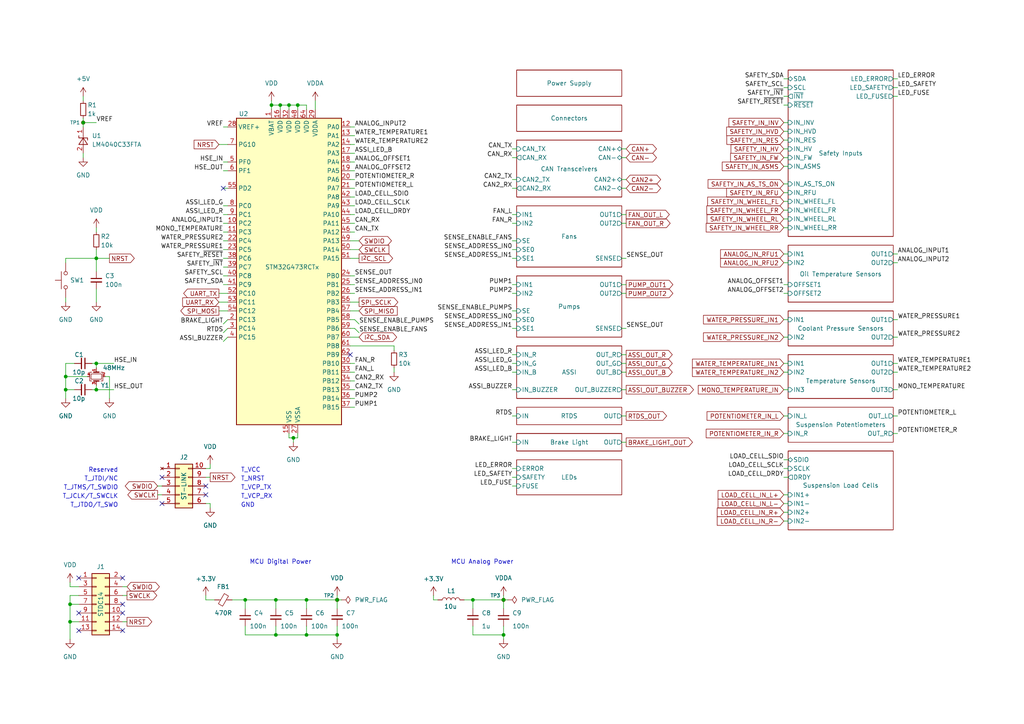
<source format=kicad_sch>
(kicad_sch (version 20231120) (generator "eeschema") (generator_version "8.0")
  (paper "A4")
  (title_block (title "Rearbox") (date "2024-04-28") (rev "${REVISION}") (company "Author: I. Kajdan") (comment 1 "Reviewer:"))
  (junction (at 88.9 173.99))
  (junction (at 19.05 109.22))
  (junction (at 146.05 173.99))
  (junction (at 80.01 173.99))
  (junction (at 20.32 175.26))
  (junction (at 24.13 35.56))
  (junction (at 71.12 173.99))
  (junction (at 20.32 180.34))
  (junction (at 83.82 30.48))
  (junction (at 27.94 105.41))
  (junction (at 27.94 74.93))
  (junction (at 97.79 184.15))
  (junction (at 81.28 30.48))
  (junction (at 97.79 173.99))
  (junction (at 137.16 173.99))
  (junction (at 86.36 30.48))
  (junction (at 85.09 127))
  (junction (at 27.94 113.03))
  (junction (at 80.01 184.15))
  (junction (at 88.9 184.15))
  (junction (at 146.05 184.15))
  (junction (at 78.74 30.48))
  (junction (at 19.05 113.03))
  (no_connect (at 35.56 167.64))
  (no_connect (at 35.56 175.26))
  (no_connect (at 64.77 54.61))
  (no_connect (at 46.99 138.43))
  (no_connect (at 59.69 143.51))
  (no_connect (at 35.56 177.8))
  (no_connect (at 46.99 146.05))
  (no_connect (at 35.56 182.88))
  (no_connect (at 22.86 177.8))
  (no_connect (at 22.86 167.64))
  (no_connect (at 59.69 140.97))
  (no_connect (at 101.6 102.87))
  (no_connect (at 22.86 182.88))
  (wire (pts (xy 227.33 40.64) (xy 228.6 40.64)))
  (wire (pts (xy 259.08 120.65) (xy 260.35 120.65)))
  (wire (pts (xy 148.59 72.39) (xy 149.86 72.39)))
  (wire (pts (xy 101.6 118.11) (xy 102.87 118.11)))
  (wire (pts (xy 19.05 109.22) (xy 19.05 113.03)))
  (wire (pts (xy 101.6 113.03) (xy 102.87 113.03)))
  (wire (pts (xy 101.6 54.61) (xy 102.87 54.61)))
  (wire (pts (xy 19.05 109.22) (xy 25.4 109.22)))
  (wire (pts (xy 59.69 138.43) (xy 60.96 138.43)))
  (wire (pts (xy 80.01 173.99) (xy 88.9 173.99)))
  (wire (pts (xy 71.12 181.61) (xy 71.12 184.15)))
  (wire (pts (xy 227.33 143.51) (xy 228.6 143.51)))
  (wire (pts (xy 64.77 62.23) (xy 66.04 62.23)))
  (wire (pts (xy 78.74 29.21) (xy 78.74 30.48)))
  (wire (pts (xy 60.96 135.89) (xy 60.96 134.62)))
  (wire (pts (xy 148.59 62.23) (xy 149.86 62.23)))
  (wire (pts (xy 227.33 92.71) (xy 228.6 92.71)))
  (wire (pts (xy 45.72 140.97) (xy 46.99 140.97)))
  (wire (pts (xy 97.79 172.72) (xy 97.79 173.99)))
  (wire (pts (xy 19.05 113.03) (xy 21.59 113.03)))
  (wire (pts (xy 91.44 29.21) (xy 91.44 31.75)))
  (wire (pts (xy 27.94 74.93) (xy 27.94 78.74)))
  (wire (pts (xy 59.69 172.72) (xy 59.69 173.99)))
  (wire (pts (xy 101.6 59.69) (xy 102.87 59.69)))
  (wire (pts (xy 83.82 30.48) (xy 86.36 30.48)))
  (wire (pts (xy 259.08 92.71) (xy 260.35 92.71)))
  (wire (pts (xy 102.87 64.77) (xy 101.6 64.77)))
  (wire (pts (xy 180.34 54.61) (xy 181.61 54.61)))
  (wire (pts (xy 227.33 60.96) (xy 228.6 60.96)))
  (wire (pts (xy 227.33 53.34) (xy 228.6 53.34)))
  (wire (pts (xy 102.87 41.91) (xy 101.6 41.91)))
  (wire (pts (xy 180.34 102.87) (xy 181.61 102.87)))
  (wire (pts (xy 20.32 170.18) (xy 22.86 170.18)))
  (wire (pts (xy 102.87 92.71) (xy 101.6 92.71)))
  (wire (pts (xy 64.77 74.93) (xy 66.04 74.93)))
  (wire (pts (xy 102.87 36.83) (xy 101.6 36.83)))
  (wire (pts (xy 259.08 73.66) (xy 260.35 73.66)))
  (wire (pts (xy 227.33 27.94) (xy 228.6 27.94)))
  (wire (pts (xy 64.77 69.85) (xy 66.04 69.85)))
  (wire (pts (xy 259.08 22.86) (xy 260.35 22.86)))
  (wire (pts (xy 60.96 146.05) (xy 59.69 146.05)))
  (wire (pts (xy 64.77 59.69) (xy 66.04 59.69)))
  (wire (pts (xy 101.6 49.53) (xy 102.87 49.53)))
  (wire (pts (xy 227.33 45.72) (xy 228.6 45.72)))
  (wire (pts (xy 148.59 52.07) (xy 149.86 52.07)))
  (wire (pts (xy 71.12 173.99) (xy 71.12 176.53)))
  (wire (pts (xy 180.34 105.41) (xy 181.61 105.41)))
  (wire (pts (xy 227.33 55.88) (xy 228.6 55.88)))
  (wire (pts (xy 148.59 140.97) (xy 149.86 140.97)))
  (wire (pts (xy 101.6 69.85) (xy 104.14 69.85)))
  (wire (pts (xy 227.33 148.59) (xy 228.6 148.59)))
  (wire (pts (xy 78.74 30.48) (xy 81.28 30.48)))
  (wire (pts (xy 259.08 25.4) (xy 260.35 25.4)))
  (wire (pts (xy 180.34 120.65) (xy 181.61 120.65)))
  (wire (pts (xy 80.01 173.99) (xy 80.01 176.53)))
  (wire (pts (xy 227.33 63.5) (xy 228.6 63.5)))
  (wire (pts (xy 259.08 125.73) (xy 260.35 125.73)))
  (wire (pts (xy 180.34 45.72) (xy 181.61 45.72)))
  (wire (pts (xy 62.23 173.99) (xy 59.69 173.99)))
  (wire (pts (xy 97.79 184.15) (xy 97.79 185.42)))
  (wire (pts (xy 63.5 87.63) (xy 66.04 87.63)))
  (wire (pts (xy 137.16 176.53) (xy 137.16 173.99)))
  (wire (pts (xy 27.94 111.76) (xy 27.94 113.03)))
  (wire (pts (xy 36.83 180.34) (xy 35.56 180.34)))
  (wire (pts (xy 27.94 74.93) (xy 19.05 74.93)))
  (wire (pts (xy 102.87 95.25) (xy 104.14 96.52)))
  (wire (pts (xy 64.77 36.83) (xy 66.04 36.83)))
  (wire (pts (xy 180.34 85.09) (xy 181.61 85.09)))
  (wire (pts (xy 20.32 172.72) (xy 20.32 175.26)))
  (wire (pts (xy 45.72 143.51) (xy 46.99 143.51)))
  (wire (pts (xy 227.33 82.55) (xy 228.6 82.55)))
  (wire (pts (xy 227.33 58.42) (xy 228.6 58.42)))
  (wire (pts (xy 20.32 180.34) (xy 20.32 185.42)))
  (wire (pts (xy 97.79 184.15) (xy 88.9 184.15)))
  (wire (pts (xy 64.77 54.61) (xy 66.04 54.61)))
  (wire (pts (xy 66.04 97.79) (xy 64.77 99.06)))
  (wire (pts (xy 146.05 184.15) (xy 146.05 185.42)))
  (wire (pts (xy 227.33 30.48) (xy 228.6 30.48)))
  (wire (pts (xy 148.59 45.72) (xy 149.86 45.72)))
  (wire (pts (xy 259.08 27.94) (xy 260.35 27.94)))
  (wire (pts (xy 102.87 85.09) (xy 101.6 85.09)))
  (wire (pts (xy 83.82 125.73) (xy 83.82 127)))
  (wire (pts (xy 63.5 85.09) (xy 66.04 85.09)))
  (wire (pts (xy 20.32 180.34) (xy 22.86 180.34)))
  (wire (pts (xy 148.59 43.18) (xy 149.86 43.18)))
  (wire (pts (xy 27.94 105.41) (xy 33.02 105.41)))
  (wire (pts (xy 227.33 113.03) (xy 228.6 113.03)))
  (wire (pts (xy 27.94 72.39) (xy 27.94 74.93)))
  (wire (pts (xy 148.59 107.95) (xy 149.86 107.95)))
  (wire (pts (xy 148.59 138.43) (xy 149.86 138.43)))
  (wire (pts (xy 148.59 105.41) (xy 149.86 105.41)))
  (wire (pts (xy 180.34 62.23) (xy 181.61 62.23)))
  (wire (pts (xy 227.33 107.95) (xy 228.6 107.95)))
  (wire (pts (xy 31.75 109.22) (xy 30.48 109.22)))
  (wire (pts (xy 67.31 173.99) (xy 71.12 173.99)))
  (wire (pts (xy 63.5 41.91) (xy 66.04 41.91)))
  (wire (pts (xy 27.94 66.04) (xy 27.94 67.31)))
  (wire (pts (xy 64.77 49.53) (xy 66.04 49.53)))
  (wire (pts (xy 102.87 95.25) (xy 101.6 95.25)))
  (wire (pts (xy 66.04 95.25) (xy 64.77 96.52)))
  (wire (pts (xy 26.67 105.41) (xy 27.94 105.41)))
  (wire (pts (xy 101.6 46.99) (xy 102.87 46.99)))
  (wire (pts (xy 227.33 22.86) (xy 228.6 22.86)))
  (wire (pts (xy 148.59 82.55) (xy 149.86 82.55)))
  (wire (pts (xy 227.33 138.43) (xy 228.6 138.43)))
  (wire (pts (xy 80.01 184.15) (xy 71.12 184.15)))
  (wire (pts (xy 22.86 172.72) (xy 20.32 172.72)))
  (wire (pts (xy 64.77 46.99) (xy 66.04 46.99)))
  (wire (pts (xy 64.77 82.55) (xy 66.04 82.55)))
  (wire (pts (xy 227.33 43.18) (xy 228.6 43.18)))
  (wire (pts (xy 148.59 113.03) (xy 149.86 113.03)))
  (wire (pts (xy 125.73 173.99) (xy 125.73 172.72)))
  (wire (pts (xy 24.13 44.45) (xy 24.13 45.72)))
  (wire (pts (xy 259.08 105.41) (xy 260.35 105.41)))
  (wire (pts (xy 148.59 69.85) (xy 149.86 69.85)))
  (wire (pts (xy 86.36 127) (xy 86.36 125.73)))
  (wire (pts (xy 102.87 80.01) (xy 101.6 80.01)))
  (wire (pts (xy 19.05 105.41) (xy 19.05 109.22)))
  (wire (pts (xy 20.32 168.91) (xy 20.32 170.18)))
  (wire (pts (xy 227.33 146.05) (xy 228.6 146.05)))
  (wire (pts (xy 36.83 172.72) (xy 35.56 172.72)))
  (wire (pts (xy 227.33 151.13) (xy 228.6 151.13)))
  (wire (pts (xy 148.59 74.93) (xy 149.86 74.93)))
  (wire (pts (xy 180.34 95.25) (xy 181.61 95.25)))
  (wire (pts (xy 114.3 106.68) (xy 114.3 107.95)))
  (wire (pts (xy 85.09 127) (xy 86.36 127)))
  (wire (pts (xy 227.33 76.2) (xy 228.6 76.2)))
  (wire (pts (xy 146.05 184.15) (xy 137.16 184.15)))
  (wire (pts (xy 71.12 173.99) (xy 80.01 173.99)))
  (wire (pts (xy 146.05 172.72) (xy 146.05 173.99)))
  (wire (pts (xy 97.79 173.99) (xy 97.79 176.53)))
  (wire (pts (xy 148.59 90.17) (xy 149.86 90.17)))
  (wire (pts (xy 19.05 74.93) (xy 19.05 76.2)))
  (wire (pts (xy 97.79 173.99) (xy 88.9 173.99)))
  (wire (pts (xy 78.74 31.75) (xy 78.74 30.48)))
  (wire (pts (xy 80.01 184.15) (xy 88.9 184.15)))
  (wire (pts (xy 97.79 181.61) (xy 97.79 184.15)))
  (wire (pts (xy 60.96 147.32) (xy 60.96 146.05)))
  (wire (pts (xy 88.9 181.61) (xy 88.9 184.15)))
  (wire (pts (xy 102.87 67.31) (xy 101.6 67.31)))
  (wire (pts (xy 137.16 173.99) (xy 146.05 173.99)))
  (wire (pts (xy 114.3 100.33) (xy 114.3 101.6)))
  (wire (pts (xy 227.33 133.35) (xy 228.6 133.35)))
  (wire (pts (xy 227.33 48.26) (xy 228.6 48.26)))
  (wire (pts (xy 59.69 135.89) (xy 60.96 135.89)))
  (wire (pts (xy 66.04 92.71) (xy 64.77 93.98)))
  (wire (pts (xy 227.33 35.56) (xy 228.6 35.56)))
  (wire (pts (xy 64.77 67.31) (xy 66.04 67.31)))
  (wire (pts (xy 101.6 97.79) (xy 104.14 97.79)))
  (wire (pts (xy 88.9 173.99) (xy 88.9 176.53)))
  (wire (pts (xy 81.28 30.48) (xy 83.82 30.48)))
  (wire (pts (xy 180.34 74.93) (xy 181.61 74.93)))
  (wire (pts (xy 180.34 43.18) (xy 181.61 43.18)))
  (wire (pts (xy 227.33 97.79) (xy 228.6 97.79)))
  (wire (pts (xy 101.6 74.93) (xy 104.14 74.93)))
  (wire (pts (xy 102.87 82.55) (xy 101.6 82.55)))
  (wire (pts (xy 63.5 90.17) (xy 66.04 90.17)))
  (wire (pts (xy 227.33 38.1) (xy 228.6 38.1)))
  (wire (pts (xy 148.59 92.71) (xy 149.86 92.71)))
  (wire (pts (xy 101.6 100.33) (xy 114.3 100.33)))
  (wire (pts (xy 64.77 80.01) (xy 66.04 80.01)))
  (wire (pts (xy 147.32 173.99) (xy 146.05 173.99)))
  (wire (pts (xy 227.33 25.4) (xy 228.6 25.4)))
  (wire (pts (xy 101.6 44.45) (xy 102.87 44.45)))
  (wire (pts (xy 101.6 39.37) (xy 102.87 39.37)))
  (wire (pts (xy 101.6 87.63) (xy 104.14 87.63)))
  (wire (pts (xy 83.82 127) (xy 85.09 127)))
  (wire (pts (xy 101.6 115.57) (xy 102.87 115.57)))
  (wire (pts (xy 259.08 97.79) (xy 260.35 97.79)))
  (wire (pts (xy 259.08 107.95) (xy 260.35 107.95)))
  (wire (pts (xy 27.94 113.03) (xy 33.02 113.03)))
  (wire (pts (xy 88.9 30.48) (xy 88.9 31.75)))
  (wire (pts (xy 148.59 85.09) (xy 149.86 85.09)))
  (wire (pts (xy 227.33 85.09) (xy 228.6 85.09)))
  (wire (pts (xy 64.77 64.77) (xy 66.04 64.77)))
  (wire (pts (xy 148.59 64.77) (xy 149.86 64.77)))
  (wire (pts (xy 259.08 113.03) (xy 260.35 113.03)))
  (wire (pts (xy 80.01 181.61) (xy 80.01 184.15)))
  (wire (pts (xy 148.59 95.25) (xy 149.86 95.25)))
  (wire (pts (xy 20.32 175.26) (xy 22.86 175.26)))
  (wire (pts (xy 101.6 57.15) (xy 102.87 57.15)))
  (wire (pts (xy 83.82 30.48) (xy 83.82 31.75)))
  (wire (pts (xy 27.94 105.41) (xy 27.94 106.68)))
  (wire (pts (xy 64.77 72.39) (xy 66.04 72.39)))
  (wire (pts (xy 148.59 128.27) (xy 149.86 128.27)))
  (wire (pts (xy 24.13 27.94) (xy 24.13 29.21)))
  (wire (pts (xy 101.6 110.49) (xy 102.87 110.49)))
  (wire (pts (xy 180.34 64.77) (xy 181.61 64.77)))
  (wire (pts (xy 31.75 109.22) (xy 31.75 115.57)))
  (wire (pts (xy 101.6 90.17) (xy 104.14 90.17)))
  (wire (pts (xy 227.33 66.04) (xy 228.6 66.04)))
  (wire (pts (xy 146.05 173.99) (xy 146.05 176.53)))
  (wire (pts (xy 24.13 34.29) (xy 24.13 35.56)))
  (wire (pts (xy 85.09 127) (xy 85.09 128.27)))
  (wire (pts (xy 19.05 113.03) (xy 19.05 115.57)))
  (wire (pts (xy 134.62 173.99) (xy 137.16 173.99)))
  (wire (pts (xy 19.05 86.36) (xy 19.05 87.63)))
  (wire (pts (xy 27.94 83.82) (xy 27.94 87.63)))
  (wire (pts (xy 97.79 173.99) (xy 99.06 173.99)))
  (wire (pts (xy 180.34 107.95) (xy 181.61 107.95)))
  (wire (pts (xy 148.59 102.87) (xy 149.86 102.87)))
  (wire (pts (xy 20.32 175.26) (xy 20.32 180.34)))
  (wire (pts (xy 26.67 113.03) (xy 27.94 113.03)))
  (wire (pts (xy 227.33 120.65) (xy 228.6 120.65)))
  (wire (pts (xy 27.94 74.93) (xy 31.75 74.93)))
  (wire (pts (xy 127 173.99) (xy 125.73 173.99)))
  (wire (pts (xy 24.13 35.56) (xy 27.94 35.56)))
  (wire (pts (xy 86.36 30.48) (xy 86.36 31.75)))
  (wire (pts (xy 148.59 135.89) (xy 149.86 135.89)))
  (wire (pts (xy 86.36 30.48) (xy 88.9 30.48)))
  (wire (pts (xy 81.28 30.48) (xy 81.28 31.75)))
  (wire (pts (xy 24.13 36.83) (xy 24.13 35.56)))
  (wire (pts (xy 227.33 125.73) (xy 228.6 125.73)))
  (wire (pts (xy 19.05 105.41) (xy 21.59 105.41)))
  (wire (pts (xy 146.05 181.61) (xy 146.05 184.15)))
  (wire (pts (xy 36.83 170.18) (xy 35.56 170.18)))
  (wire (pts (xy 180.34 52.07) (xy 181.61 52.07)))
  (wire (pts (xy 101.6 52.07) (xy 102.87 52.07)))
  (wire (pts (xy 64.77 77.47) (xy 66.04 77.47)))
  (wire (pts (xy 180.34 128.27) (xy 181.61 128.27)))
  (wire (pts (xy 227.33 105.41) (xy 228.6 105.41)))
  (wire (pts (xy 180.34 113.03) (xy 181.61 113.03)))
  (wire (pts (xy 227.33 73.66) (xy 228.6 73.66)))
  (wire (pts (xy 102.87 92.71) (xy 104.14 93.98)))
  (wire (pts (xy 148.59 54.61) (xy 149.86 54.61)))
  (wire (pts (xy 137.16 181.61) (xy 137.16 184.15)))
  (wire (pts (xy 259.08 76.2) (xy 260.35 76.2)))
  (wire (pts (xy 101.6 105.41) (xy 102.87 105.41)))
  (wire (pts (xy 148.59 120.65) (xy 149.86 120.65)))
  (wire (pts (xy 101.6 62.23) (xy 102.87 62.23)))
  (wire (pts (xy 101.6 72.39) (xy 104.14 72.39)))
  (wire (pts (xy 101.6 107.95) (xy 102.87 107.95)))
  (wire (pts (xy 227.33 135.89) (xy 228.6 135.89)))
  (wire (pts (xy 180.34 82.55) (xy 181.61 82.55)))
  (text "T_JCLK/T_SWCLK" (at 34.29 144.78 0) (effects (font (size 1.27 1.27)) (justify right bottom)))
  (text "T_JTMS/T_SWDIO" (at 34.29 142.24 0) (effects (font (size 1.27 1.27)) (justify right bottom)))
  (text "MCU Analog Power" (at 130.81 163.83 0) (effects (font (size 1.27 1.27)) (justify left bottom)))
  (text "T_JTDI/NC" (at 34.29 139.7 0) (effects (font (size 1.27 1.27)) (justify right bottom)))
  (text "T_VCC" (at 69.85 137.16 0) (effects (font (size 1.27 1.27)) (justify left bottom)))
  (text "T_JTDO/T_SWO" (at 34.29 147.32 0) (effects (font (size 1.27 1.27)) (justify right bottom)))
  (text "T_NRST" (at 69.85 139.7 0) (effects (font (size 1.27 1.27)) (justify left bottom)))
  (text "Reserved" (at 34.29 137.16 0) (effects (font (size 1.27 1.27)) (justify right bottom)))
  (text "T_VCP_RX" (at 69.85 144.78 0) (effects (font (size 1.27 1.27)) (justify left bottom)))
  (text "T_VCP_TX" (at 69.85 142.24 0) (effects (font (size 1.27 1.27)) (justify left bottom)))
  (text "GND" (at 69.85 147.32 0) (effects (font (size 1.27 1.27)) (justify left bottom)))
  (text "MCU Digital Power" (at 72.39 163.83 0) (effects (font (size 1.27 1.27)) (justify left bottom)))
  (label "WATER_PRESSURE1" (at 64.77 72.39 180))
  (label "POTENTIOMETER_L" (at 102.87 54.61 0))
  (label "SENSE_ENABLE_FANS" (at 148.59 69.85 180))
  (label "ASSI_LED_G" (at 148.59 105.41 180))
  (label "WATER_TEMPERATURE2" (at 102.87 41.91 0))
  (label "SENSE_ADDRESS_IN1" (at 148.59 95.25 180))
  (label "ANALOG_OFFSET1" (at 102.87 46.99 0))
  (label "SENSE_ENABLE_PUMPS" (at 148.59 90.17 180))
  (label "MONO_TEMPERATURE" (at 260.35 113.03 0))
  (label "SENSE_OUT" (at 181.61 74.93 0))
  (label "SENSE_OUT" (at 181.61 95.25 0))
  (label "POTENTIOMETER_R" (at 102.87 52.07 0))
  (label "VREF" (at 64.77 36.83 180))
  (label "LOAD_CELL_SCLK" (at 102.87 59.69 0))
  (label "ANALOG_OFFSET2" (at 102.87 49.53 0))
  (label "LOAD_CELL_SDIO" (at 227.33 133.35 180))
  (label "LED_SAFETY" (at 260.35 25.4 0))
  (label "BRAKE_LIGHT" (at 148.59 128.27 180))
  (label "LOAD_CELL_DRDY" (at 227.33 138.43 180))
  (label "CAN2_RX" (at 148.59 54.61 180))
  (label "LOAD_CELL_SDIO" (at 102.87 57.15 0))
  (label "LED_FUSE" (at 148.59 140.97 180))
  (label "ASSI_BUZZER" (at 148.59 113.03 180))
  (label "MONO_TEMPERATURE" (at 64.77 67.31 180))
  (label "LOAD_CELL_SCLK" (at 227.33 135.89 180))
  (label "WATER_TEMPERATURE1" (at 260.35 105.41 0))
  (label "SENSE_ENABLE_FANS" (at 104.14 96.52 0))
  (label "SENSE_ADDRESS_IN0" (at 148.59 92.71 180))
  (label "ANALOG_OFFSET2" (at 227.33 85.09 180))
  (label "CAN_TX" (at 102.87 67.31 0))
  (label "FAN_R" (at 148.59 64.77 180))
  (label "POTENTIOMETER_L" (at 260.35 120.65 0))
  (label "LOAD_CELL_DRDY" (at 102.87 62.23 0))
  (label "BRAKE_LIGHT" (at 64.77 93.98 180))
  (label "CAN2_RX" (at 102.87 110.49 0))
  (label "ANALOG_INPUT2" (at 102.87 36.83 0))
  (label "SENSE_ENABLE_PUMPS" (at 104.14 93.98 0))
  (label "ANALOG_INPUT2" (at 260.35 76.2 0))
  (label "ANALOG_INPUT1" (at 64.77 64.77 180))
  (label "SENSE_ADDRESS_IN0" (at 102.87 82.55 0))
  (label "LED_ERROR" (at 148.59 135.89 180))
  (label "SENSE_ADDRESS_IN1" (at 102.87 85.09 0))
  (label "PUMP2" (at 102.87 115.57 0))
  (label "WATER_TEMPERATURE2" (at 260.35 107.95 0))
  (label "HSE_OUT" (at 64.77 49.53 180))
  (label "SAFETY_~{RESET}" (at 64.77 74.93 180))
  (label "SAFETY_SCL" (at 64.77 80.01 180))
  (label "CAN_RX" (at 148.59 45.72 180))
  (label "FAN_L" (at 148.59 62.23 180))
  (label "WATER_TEMPERATURE1" (at 102.87 39.37 0))
  (label "LED_FUSE" (at 260.35 27.94 0))
  (label "ANALOG_OFFSET1" (at 227.33 82.55 180))
  (label "CAN2_TX" (at 148.59 52.07 180))
  (label "ASSI_BUZZER" (at 64.77 99.06 180))
  (label "SAFETY_SDA" (at 64.77 82.55 180))
  (label "PUMP1" (at 102.87 118.11 0))
  (label "ASSI_LED_R" (at 64.77 62.23 180))
  (label "SAFETY_~{RESET}" (at 227.33 30.48 180))
  (label "SAFETY_SCL" (at 227.33 25.4 180))
  (label "PUMP2" (at 148.59 85.09 180))
  (label "SENSE_ADDRESS_IN0" (at 148.59 72.39 180))
  (label "HSE_IN" (at 64.77 46.99 180))
  (label "PUMP1" (at 148.59 82.55 180))
  (label "CAN_RX" (at 102.87 64.77 0))
  (label "ASSI_LED_B" (at 102.87 44.45 0))
  (label "ASSI_LED_B" (at 148.59 107.95 180))
  (label "LED_SAFETY" (at 148.59 138.43 180))
  (label "CAN2_TX" (at 102.87 113.03 0))
  (label "POTENTIOMETER_R" (at 260.35 125.73 0))
  (label "WATER_PRESSURE1" (at 260.35 92.71 0))
  (label "SAFETY_~{INT}" (at 64.77 77.47 180))
  (label "RTDS" (at 148.59 120.65 180))
  (label "ANALOG_INPUT1" (at 260.35 73.66 0))
  (label "WATER_PRESSURE2" (at 64.77 69.85 180))
  (label "SAFETY_SDA" (at 227.33 22.86 180))
  (label "WATER_PRESSURE2" (at 260.35 97.79 0))
  (label "FAN_R" (at 102.87 105.41 0))
  (label "CAN_TX" (at 148.59 43.18 180))
  (label "HSE_OUT" (at 33.02 113.03 0))
  (label "SAFETY_~{INT}" (at 227.33 27.94 180))
  (label "RTDS" (at 64.77 96.52 180))
  (label "SENSE_OUT" (at 102.87 80.01 0))
  (label "SENSE_ADDRESS_IN1" (at 148.59 74.93 180))
  (label "HSE_IN" (at 33.02 105.41 0))
  (label "LED_ERROR" (at 260.35 22.86 0))
  (label "VREF" (at 27.94 35.56 0))
  (label "ASSI_LED_G" (at 64.77 59.69 180))
  (label "ASSI_LED_R" (at 148.59 102.87 180))
  (label "FAN_L" (at 102.87 107.95 0))
  (global_label "LOAD_CELL_IN_L-" (shape input) (at 227.33 146.05 180) (property "Intersheetrefs" "${INTERSHEET_REFS}" (effects (hide yes))))
  (global_label "NRST" (shape output) (at 36.83 180.34 0) (property "Intersheetrefs" "${INTERSHEET_REFS}" (effects (hide yes))))
  (global_label "WATER_TEMPERATURE_IN2" (shape input) (at 227.33 107.95 180) (property "Intersheetrefs" "${INTERSHEET_REFS}" (effects (hide yes))))
  (global_label "SWDIO" (shape bidirectional) (at 36.83 170.18 0) (property "Intersheetrefs" "${INTERSHEET_REFS}" (effects (hide yes))))
  (global_label "SAFETY_IN_WHEEL_RR" (shape input) (at 227.33 66.04 180) (property "Intersheetrefs" "${INTERSHEET_REFS}" (effects (hide yes))))
  (global_label "NRST" (shape output) (at 31.75 74.93 0) (property "Intersheetrefs" "${INTERSHEET_REFS}" (effects (hide yes))))
  (global_label "SAFETY_IN_RES" (shape input) (at 227.33 40.64 180) (property "Intersheetrefs" "${INTERSHEET_REFS}" (effects (hide yes))))
  (global_label "SAFETY_IN_AS_TS_ON" (shape input) (at 227.33 53.34 180) (property "Intersheetrefs" "${INTERSHEET_REFS}" (effects (hide yes))))
  (global_label "CAN-" (shape bidirectional) (at 181.61 45.72 0) (property "Intersheetrefs" "${INTERSHEET_REFS}" (effects (hide yes))))
  (global_label "I^{2}C_SDA" (shape bidirectional) (at 104.14 97.79 0) (property "Intersheetrefs" "${INTERSHEET_REFS}" (effects (hide yes))))
  (global_label "LOAD_CELL_IN_R-" (shape input) (at 227.33 151.13 180) (property "Intersheetrefs" "${INTERSHEET_REFS}" (effects (hide yes))))
  (global_label "I^{2}C_SCL" (shape output) (at 104.14 74.93 0) (property "Intersheetrefs" "${INTERSHEET_REFS}" (effects (hide yes))))
  (global_label "LOAD_CELL_IN_L+" (shape input) (at 227.33 143.51 180) (property "Intersheetrefs" "${INTERSHEET_REFS}" (effects (hide yes))))
  (global_label "CAN2+" (shape bidirectional) (at 181.61 52.07 0) (property "Intersheetrefs" "${INTERSHEET_REFS}" (effects (hide yes))))
  (global_label "PUMP_OUT2" (shape output) (at 181.61 85.09 0) (property "Intersheetrefs" "${INTERSHEET_REFS}" (effects (hide yes))))
  (global_label "WATER_TEMPERATURE_IN1" (shape input) (at 227.33 105.41 180) (property "Intersheetrefs" "${INTERSHEET_REFS}" (effects (hide yes))))
  (global_label "SWDIO" (shape bidirectional) (at 104.14 69.85 0) (property "Intersheetrefs" "${INTERSHEET_REFS}" (effects (hide yes))))
  (global_label "CAN2-" (shape bidirectional) (at 181.61 54.61 0) (property "Intersheetrefs" "${INTERSHEET_REFS}" (effects (hide yes))))
  (global_label "ANALOG_IN_RFU1" (shape input) (at 227.33 73.66 180) (property "Intersheetrefs" "${INTERSHEET_REFS}" (effects (hide yes))))
  (global_label "SAFETY_IN_HV" (shape input) (at 227.33 43.18 180) (property "Intersheetrefs" "${INTERSHEET_REFS}" (effects (hide yes))))
  (global_label "NRST" (shape input) (at 63.5 41.91 180) (property "Intersheetrefs" "${INTERSHEET_REFS}" (effects (hide yes))))
  (global_label "NRST" (shape output) (at 60.96 138.43 0) (property "Intersheetrefs" "${INTERSHEET_REFS}" (effects (hide yes))))
  (global_label "ANALOG_IN_RFU2" (shape input) (at 227.33 76.2 180) (property "Intersheetrefs" "${INTERSHEET_REFS}" (effects (hide yes))))
  (global_label "SAFETY_IN_RFU" (shape input) (at 227.33 55.88 180) (property "Intersheetrefs" "${INTERSHEET_REFS}" (effects (hide yes))))
  (global_label "SAFETY_IN_WHEEL_RL" (shape input) (at 227.33 63.5 180) (property "Intersheetrefs" "${INTERSHEET_REFS}" (effects (hide yes))))
  (global_label "ASSI_OUT_G" (shape output) (at 181.61 105.41 0) (property "Intersheetrefs" "${INTERSHEET_REFS}" (effects (hide yes))))
  (global_label "FAN_OUT_L" (shape output) (at 181.61 62.23 0) (property "Intersheetrefs" "${INTERSHEET_REFS}" (effects (hide yes))))
  (global_label "SWCLK" (shape output) (at 36.83 172.72 0) (property "Intersheetrefs" "${INTERSHEET_REFS}" (effects (hide yes))))
  (global_label "CAN+" (shape bidirectional) (at 181.61 43.18 0) (property "Intersheetrefs" "${INTERSHEET_REFS}" (effects (hide yes))))
  (global_label "WATER_PRESSURE_IN1" (shape input) (at 227.33 92.71 180) (property "Intersheetrefs" "${INTERSHEET_REFS}" (effects (hide yes))))
  (global_label "UART_TX" (shape output) (at 63.5 85.09 180) (property "Intersheetrefs" "${INTERSHEET_REFS}" (effects (hide yes))))
  (global_label "SAFETY_IN_WHEEL_FL" (shape input) (at 227.33 58.42 180) (property "Intersheetrefs" "${INTERSHEET_REFS}" (effects (hide yes))))
  (global_label "SWCLK" (shape input) (at 104.14 72.39 0) (property "Intersheetrefs" "${INTERSHEET_REFS}" (effects (hide yes))))
  (global_label "SAFETY_IN_ASMS" (shape input) (at 227.33 48.26 180) (property "Intersheetrefs" "${INTERSHEET_REFS}" (effects (hide yes))))
  (global_label "UART_RX" (shape input) (at 63.5 87.63 180) (property "Intersheetrefs" "${INTERSHEET_REFS}" (effects (hide yes))))
  (global_label "ASSI_OUT_R" (shape output) (at 181.61 102.87 0) (property "Intersheetrefs" "${INTERSHEET_REFS}" (effects (hide yes))))
  (global_label "MONO_TEMPERATURE_IN" (shape input) (at 227.33 113.03 180) (property "Intersheetrefs" "${INTERSHEET_REFS}" (effects (hide yes))))
  (global_label "SPI_MOSI" (shape output) (at 63.5 90.17 180) (property "Intersheetrefs" "${INTERSHEET_REFS}" (effects (hide yes))))
  (global_label "POTENTIOMETER_IN_R" (shape input) (at 227.33 125.73 180) (property "Intersheetrefs" "${INTERSHEET_REFS}" (effects (hide yes))))
  (global_label "WATER_PRESSURE_IN2" (shape input) (at 227.33 97.79 180) (property "Intersheetrefs" "${INTERSHEET_REFS}" (effects (hide yes))))
  (global_label "LOAD_CELL_IN_R+" (shape input) (at 227.33 148.59 180) (property "Intersheetrefs" "${INTERSHEET_REFS}" (effects (hide yes))))
  (global_label "BRAKE_LIGHT_OUT" (shape output) (at 181.61 128.27 0) (property "Intersheetrefs" "${INTERSHEET_REFS}" (effects (hide yes))))
  (global_label "SPI_MISO" (shape input) (at 104.14 90.17 0) (property "Intersheetrefs" "${INTERSHEET_REFS}" (effects (hide yes))))
  (global_label "SAFETY_IN_HVD" (shape input) (at 227.33 38.1 180) (property "Intersheetrefs" "${INTERSHEET_REFS}" (effects (hide yes))))
  (global_label "SWDIO" (shape bidirectional) (at 45.72 140.97 180) (property "Intersheetrefs" "${INTERSHEET_REFS}" (effects (hide yes))))
  (global_label "RTDS_OUT" (shape output) (at 181.61 120.65 0) (property "Intersheetrefs" "${INTERSHEET_REFS}" (effects (hide yes))))
  (global_label "ASSI_OUT_B" (shape output) (at 181.61 107.95 0) (property "Intersheetrefs" "${INTERSHEET_REFS}" (effects (hide yes))))
  (global_label "PUMP_OUT1" (shape output) (at 181.61 82.55 0) (property "Intersheetrefs" "${INTERSHEET_REFS}" (effects (hide yes))))
  (global_label "FAN_OUT_R" (shape output) (at 181.61 64.77 0) (property "Intersheetrefs" "${INTERSHEET_REFS}" (effects (hide yes))))
  (global_label "SWCLK" (shape output) (at 45.72 143.51 180) (property "Intersheetrefs" "${INTERSHEET_REFS}" (effects (hide yes))))
  (global_label "POTENTIOMETER_IN_L" (shape input) (at 227.33 120.65 180) (property "Intersheetrefs" "${INTERSHEET_REFS}" (effects (hide yes))))
  (global_label "SAFETY_IN_INV" (shape input) (at 227.33 35.56 180) (property "Intersheetrefs" "${INTERSHEET_REFS}" (effects (hide yes))))
  (global_label "SAFETY_IN_FW" (shape input) (at 227.33 45.72 180) (property "Intersheetrefs" "${INTERSHEET_REFS}" (effects (hide yes))))
  (global_label "SPI_SCLK" (shape output) (at 104.14 87.63 0) (property "Intersheetrefs" "${INTERSHEET_REFS}" (effects (hide yes))))
  (global_label "ASSI_OUT_BUZZER" (shape output) (at 181.61 113.03 0) (property "Intersheetrefs" "${INTERSHEET_REFS}" (effects (hide yes))))
  (global_label "SAFETY_IN_WHEEL_FR" (shape input) (at 227.33 60.96 180) (property "Intersheetrefs" "${INTERSHEET_REFS}" (effects (hide yes))))
  (symbol (lib_id "power:GND") (at 19.05 87.63 0) (unit 1)
    (property "Reference" "#PWR01" (effects (hide yes)))
    (property "Value" "GND" (at 19.05 92.71 0))
  )
  (symbol (lib_id "power:PWR_FLAG") (at 147.32 173.99 270) (unit 1)
    (property "Reference" "#FLG02" (effects (hide yes)))
    (property "Value" "PWR_FLAG" (at 151.13 173.99 90) (effects (justify left)))
  )
  (symbol (lib_id "power:VDD") (at 78.74 29.21 0) (unit 1)
    (property "Reference" "#PWR013" (effects (hide yes)))
    (property "Value" "VDD" (at 78.74 24.13 0))
  )
  (symbol (lib_id "Device:FerriteBead_Small") (at 64.77 173.99 270) (unit 1)
    (property "Reference" "FB1" (at 64.77 170.18 90))
    (property "Value" "470R" (at 64.77 177.8 90))
    (property "Footprint" "Inductor_SMD:L_0603_1608Metric" (effects (hide yes)))
  )
  (symbol (lib_id "power:GND") (at 60.96 147.32 0) (unit 1)
    (property "Reference" "#PWR012" (effects (hide yes)))
    (property "Value" "GND" (at 60.96 152.4 0))
  )
  (symbol (lib_id "Device:R_Small") (at 27.94 69.85 0) (mirror y) (unit 1)
    (property "Reference" "R2" (at 29.21 68.58 0) (effects (justify right)))
    (property "Value" "10k" (at 29.21 71.12 0) (effects (justify right)))
    (property "Footprint" "Resistor_SMD:R_0603_1608Metric" (effects (hide yes)))
  )
  (symbol (lib_id "Device:L") (at 130.81 173.99 90) (unit 1)
    (property "Reference" "L1" (at 130.9116 171.3738 90))
    (property "Value" "10u" (at 130.683 175.1838 90) (effects (justify bottom)))
    (property "Footprint" "Inductor_SMD:L_0603_1608Metric" (effects (hide yes)))
  )
  (symbol (lib_id "STLINK-V3MINIE:STLINK-V3MINIE") (at 53.34 140.97 0) (unit 1)
    (property "Reference" "J2" (at 53.34 133.35 0) (effects (justify bottom)))
    (property "Value" "ST-LINK" (at 53.34 140.97 90))
    (property "Footprint" "Local_Library:STLINK-V3MINIE" (effects (hide yes)))
    (property "Datasheet" "https://www.st.com/resource/en/user_manual/um2910-stlinkv3minie-debuggerprogrammer-tiny-probe-for-stm32-microcontrollers-stmicroelectronics.pdf" (effects (hide yes)))
  )
  (symbol (lib_id "power:+5V") (at 24.13 27.94 0) (unit 1)
    (property "Reference" "#PWR05" (effects (hide yes)))
    (property "Value" "+5V" (at 24.13 22.86 0))
  )
  (symbol (lib_id "power:GND") (at 31.75 115.57 0) (unit 1)
    (property "Reference" "#PWR09" (effects (hide yes)))
    (property "Value" "GND" (at 31.75 120.65 0))
  )
  (symbol (lib_id "Device:C_Small") (at 137.16 179.07 0) (unit 1)
    (property "Reference" "C8" (at 139.7 177.8 0) (effects (justify left)))
    (property "Value" "1u" (at 139.7 181.61 0) (effects (justify left)))
    (property "Footprint" "Capacitor_SMD:C_0603_1608Metric" (effects (hide yes)))
  )
  (symbol (lib_id "power:VDD") (at 27.94 66.04 0) (unit 1)
    (property "Reference" "#PWR07" (effects (hide yes)))
    (property "Value" "VDD" (at 27.94 60.96 0))
  )
  (symbol (lib_id "power:VDD") (at 20.32 168.91 0) (mirror y) (unit 1)
    (property "Reference" "#PWR03" (effects (hide yes)))
    (property "Value" "VDD" (at 20.32 163.83 0))
  )
  (symbol (lib_id "MCU_ST_STM32G4:STM32G473RCTx") (at 83.82 80.01 0) (unit 1)
    (property "Reference" "U2" (at 69.2659 33.02 0) (effects (justify left)))
    (property "Value" "STM32G473RCTx" (at 76.8859 77.47 0) (effects (justify left)))
    (property "Footprint" "Package_QFP:LQFP-64_10x10mm_P0.5mm" (effects (hide yes)))
    (property "Datasheet" "https://www.st.com/resource/en/datasheet/stm32g473rc.pdf" (effects (hide yes)))
  )
  (symbol (lib_id "power:GND") (at 114.3 107.95 0) (unit 1)
    (property "Reference" "#PWR018" (effects (hide yes)))
    (property "Value" "GND" (at 114.3 113.03 0))
  )
  (symbol (lib_id "Connector:TestPoint_Small") (at 146.05 173.99 0) (unit 1)
    (property "Reference" "TP3" (at 142.24 172.72 0) (effects (font (size 1 1)) (justify left)))
    (property "Value" "TestPoint_Small" (effects (hide yes)))
    (property "Footprint" "TestPoint:TestPoint_Pad_D1.0mm" (effects (hide yes)))
  )
  (symbol (lib_id "power:VDD") (at 60.96 134.62 0) (unit 1)
    (property "Reference" "#PWR011" (effects (hide yes)))
    (property "Value" "VDD" (at 60.96 129.54 0))
  )
  (symbol (lib_id "power:PWR_FLAG") (at 99.06 173.99 270) (unit 1)
    (property "Reference" "#FLG01" (effects (hide yes)))
    (property "Value" "PWR_FLAG" (at 102.87 173.99 90) (effects (justify left)))
  )
  (symbol (lib_id "Device:C_Small") (at 71.12 179.07 0) (mirror y) (unit 1)
    (property "Reference" "C4" (at 73.66 177.7999 0) (effects (justify right)))
    (property "Value" "100n" (at 72.39 181.6099 0) (effects (justify right)))
    (property "Footprint" "Capacitor_SMD:C_0603_1608Metric" (effects (hide yes)))
  )
  (symbol (lib_id "Switch:SW_Push") (at 19.05 81.28 90) (unit 1)
    (property "Reference" "SW1" (at 20.32 81.28 90) (effects (justify right)))
    (property "Value" "Reset" (effects (hide yes)))
    (property "Footprint" "Button_Switch_SMD:SW_SPST_B3U-1000P" (effects (hide yes)))
    (property "Datasheet" "https://www.mouser.pl/datasheet/2/307/en-b3u-1189599.pdf" (effects (hide yes)))
    (property "Component" "B3U-1000PM" (effects (hide yes)))
  )
  (symbol (lib_id "power:GND") (at 24.13 45.72 0) (unit 1)
    (property "Reference" "#PWR06" (effects (hide yes)))
    (property "Value" "GND" (at 24.13 50.8 0))
  )
  (symbol (lib_id "Device:C_Small") (at 97.79 179.07 0) (mirror y) (unit 1)
    (property "Reference" "C7" (at 100.33 177.7999 0) (effects (justify right)))
    (property "Value" "100n" (at 99.06 181.6099 0) (effects (justify right)))
    (property "Footprint" "Capacitor_SMD:C_0603_1608Metric" (effects (hide yes)))
  )
  (symbol (lib_id "power:GND") (at 27.94 87.63 0) (unit 1)
    (property "Reference" "#PWR08" (effects (hide yes)))
    (property "Value" "GND" (at 27.94 92.71 0))
  )
  (symbol (lib_id "power:GND") (at 97.79 185.42 0) (unit 1)
    (property "Reference" "#PWR017" (effects (hide yes)))
    (property "Value" "GND" (at 97.79 190.5 0))
  )
  (symbol (lib_id "Device:C_Small") (at 146.05 179.07 0) (unit 1)
    (property "Reference" "C9" (at 148.59 177.8 0) (effects (justify left)))
    (property "Value" "100n" (at 148.59 181.61 0) (effects (justify left)))
    (property "Footprint" "Capacitor_SMD:C_0603_1608Metric" (effects (hide yes)))
  )
  (symbol (lib_id "Connector_Generic:Conn_02x07_Odd_Even") (at 27.94 175.26 0) (unit 1)
    (property "Reference" "J1" (at 29.21 165.1 0) (effects (justify bottom)))
    (property "Value" "STDC14" (at 29.21 175.26 90))
    (property "Footprint" "Connector_PinHeader_1.27mm:PinHeader_2x07_P1.27mm_Vertical_SMD" (effects (hide yes)))
    (property "Datasheet" "https://www.mouser.pl/datasheet/2/527/ftsh_th-2854322.pdf" (effects (hide yes)))
    (property "Component" " FTSH-107-01-F-DV-K" (effects (hide yes)))
  )
  (symbol (lib_id "power:VDDA") (at 91.44 29.21 0) (unit 1)
    (property "Reference" "#PWR015" (effects (hide yes)))
    (property "Value" "VDDA" (at 91.44 24.13 0))
  )
  (symbol (lib_id "power:GND") (at 85.09 128.27 0) (unit 1)
    (property "Reference" "#PWR014" (effects (hide yes)))
    (property "Value" "GND" (at 85.09 133.35 0))
  )
  (symbol (lib_id "power:GND") (at 20.32 185.42 0) (unit 1)
    (property "Reference" "#PWR04" (effects (hide yes)))
    (property "Value" "GND" (at 20.32 190.5 0))
  )
  (symbol (lib_id "power:GND") (at 19.05 115.57 0) (unit 1)
    (property "Reference" "#PWR02" (effects (hide yes)))
    (property "Value" "GND" (at 19.05 120.65 0))
  )
  (symbol (lib_id "Device:Crystal_GND24_Small") (at 27.94 109.22 90) (mirror x) (unit 1)
    (property "Reference" "Y1" (at 30.48 111.76 90))
    (property "Value" "48MHz" (at 33.02 106.68 90))
    (property "Footprint" "Crystal:Crystal_SMD_Abracon_ABM8G-4Pin_3.2x2.5mm" (effects (hide yes)))
    (property "Datasheet" "https://www.mouser.pl/datasheet/2/3/ABM8G-1608872.pdf" (effects (hide yes)))
    (property "Component" "ABM8G-48.000MHZ" (effects (hide yes)))
  )
  (symbol (lib_id "Device:C_Small") (at 27.94 81.28 0) (unit 1)
    (property "Reference" "C3" (at 30.48 80.0162 0) (effects (justify left)))
    (property "Value" "100n" (at 30.48 82.5562 0) (effects (justify left)))
    (property "Footprint" "Capacitor_SMD:C_0603_1608Metric" (effects (hide yes)))
  )
  (symbol (lib_id "Device:R_Small") (at 114.3 104.14 0) (mirror y) (unit 1)
    (property "Reference" "R3" (at 115.57 102.87 0) (effects (justify right)))
    (property "Value" "10k" (at 115.57 105.41 0) (effects (justify right)))
    (property "Footprint" "Resistor_SMD:R_0603_1608Metric" (effects (hide yes)))
  )
  (symbol (lib_id "Connector:TestPoint_Small") (at 97.79 173.99 0) (unit 1)
    (property "Reference" "TP2" (at 93.98 172.72 0) (effects (font (size 1 1)) (justify left)))
    (property "Value" "TestPoint_Small" (effects (hide yes)))
    (property "Footprint" "TestPoint:TestPoint_Pad_D1.0mm" (effects (hide yes)))
  )
  (symbol (lib_id "power:+3.3V") (at 125.73 172.72 0) (unit 1)
    (property "Reference" "#PWR019" (effects (hide yes)))
    (property "Value" "+3.3V" (at 125.73 167.894 0))
  )
  (symbol (lib_id "LM4040:LM4040") (at 24.13 40.64 90) (unit 1)
    (property "Reference" "U1" (at 26.67 39.37 90) (effects (justify right)))
    (property "Value" "LM4040C33FTA" (at 26.67 41.91 90) (effects (justify right)))
    (property "Footprint" "Package_TO_SOT_SMD:SOT-23" (effects (hide yes)))
    (property "Datasheet" "http://www.ti.com/lit/ds/symlink/lm4040-n.pdf" (effects (hide yes)))
  )
  (symbol (lib_id "power:VDDA") (at 146.05 172.72 0) (unit 1)
    (property "Reference" "#PWR020" (effects (hide yes)))
    (property "Value" "VDDA" (at 146.05 167.64 0))
  )
  (symbol (lib_id "power:VDD") (at 97.79 172.72 0) (unit 1)
    (property "Reference" "#PWR016" (effects (hide yes)))
    (property "Value" "VDD" (at 97.79 167.64 0))
  )
  (symbol (lib_id "Device:C_Small") (at 24.13 105.41 270) (unit 1)
    (property "Reference" "C1" (at 21.59 102.87 90) (effects (justify left)))
    (property "Value" "10p" (at 22.86 107.95 90))
    (property "Footprint" "Capacitor_SMD:C_0603_1608Metric" (effects (hide yes)))
  )
  (symbol (lib_id "power:+3.3V") (at 59.69 172.72 0) (unit 1)
    (property "Reference" "#PWR010" (effects (hide yes)))
    (property "Value" "+3.3V" (at 59.69 167.894 0))
  )
  (symbol (lib_id "Device:C_Small") (at 88.9 179.07 0) (mirror y) (unit 1)
    (property "Reference" "C6" (at 91.44 177.7999 0) (effects (justify right)))
    (property "Value" "100n" (at 90.17 181.6099 0) (effects (justify right)))
    (property "Footprint" "Capacitor_SMD:C_0603_1608Metric" (effects (hide yes)))
  )
  (symbol (lib_id "Device:C_Small") (at 24.13 113.03 270) (unit 1)
    (property "Reference" "C2" (at 21.59 110.49 90) (effects (justify left)))
    (property "Value" "10p" (at 22.86 115.57 90))
    (property "Footprint" "Capacitor_SMD:C_0603_1608Metric" (effects (hide yes)))
  )
  (symbol (lib_id "Device:R_Small") (at 24.13 31.75 0) (mirror y) (unit 1)
    (property "Reference" "R1" (at 25.4 30.48 0) (effects (justify right)))
    (property "Value" "1k" (at 25.4 33.02 0) (effects (justify right)))
    (property "Footprint" "Resistor_SMD:R_0603_1608Metric" (effects (hide yes)))
  )
  (symbol (lib_id "Device:C_Small") (at 80.01 179.07 0) (mirror y) (unit 1)
    (property "Reference" "C5" (at 82.55 177.7999 0) (effects (justify right)))
    (property "Value" "100n" (at 81.28 181.6099 0) (effects (justify right)))
    (property "Footprint" "Capacitor_SMD:C_0603_1608Metric" (effects (hide yes)))
  )
  (symbol (lib_id "Connector:TestPoint_Small") (at 24.13 35.56 0) (unit 1)
    (property "Reference" "TP1" (at 20.32 35.56 0) (effects (font (size 1 1)) (justify left)))
    (property "Value" "TestPoint_Small" (effects (hide yes)))
    (property "Footprint" "TestPoint:TestPoint_Pad_D1.0mm" (effects (hide yes)))
  )
  (symbol (lib_id "power:GND") (at 146.05 185.42 0) (unit 1)
    (property "Reference" "#PWR021" (effects (hide yes)))
    (property "Value" "GND" (at 146.05 190.5 0))
  )
  (sheet (at 149.86 59.69) (size 30.48 17.78) (stroke (width 0.1524))
    (property "Sheetname" "Fans" (at 165.1 68.58 0))
    (property "Sheetfile" "fused_output.kicad_sch" (effects (hide yes)))
    (pin "IN1" input (at 149.86 62.23 180))
    (pin "IN2" input (at 149.86 64.77 180))
    (pin "OUT1" output (at 180.34 62.23 0))
    (pin "SENSE" output (at 180.34 74.93 0))
    (pin "OUT2" output (at 180.34 64.77 0))
    (pin "SE" input (at 149.86 69.85 180))
    (pin "SE0" input (at 149.86 72.39 180))
    (pin "SE1" input (at 149.86 74.93 180))
  )
  (sheet (at 149.86 100.33) (size 30.48 15.24) (stroke (width 0.1524))
    (property "Sheetname" "ASSI" (at 165.1 107.95 0))
    (property "Sheetfile" "assi.kicad_sch" (effects (hide yes)))
    (pin "IN_BUZZER" input (at 149.86 113.03 180))
    (pin "IN_B" input (at 149.86 107.95 180))
    (pin "IN_R" input (at 149.86 102.87 180))
    (pin "IN_G" input (at 149.86 105.41 180))
    (pin "OUT_G" output (at 180.34 105.41 0))
    (pin "OUT_R" output (at 180.34 102.87 0))
    (pin "OUT_B" output (at 180.34 107.95 0))
    (pin "OUT_BUZZER" output (at 180.34 113.03 0))
  )
  (sheet (at 228.6 71.12) (size 30.48 16.51) (stroke (width 0.1524))
    (property "Sheetname" "Oil Temperature Sensors" (at 243.84 78.74 0) (effects (justify top)))
    (property "Sheetfile" "analog_inputs.kicad_sch" (effects (hide yes)))
    (pin "OUT2" output (at 259.08 76.2 0))
    (pin "OUT1" output (at 259.08 73.66 0))
    (pin "IN1" input (at 228.6 73.66 180))
    (pin "IN2" input (at 228.6 76.2 180))
    (pin "OFFSET1" input (at 228.6 82.55 180))
    (pin "OFFSET2" input (at 228.6 85.09 180))
  )
  (sheet (at 149.86 80.01) (size 30.48 17.78) (stroke (width 0.1524))
    (property "Sheetname" "Pumps" (at 165.1 88.9 0))
    (property "Sheetfile" "fused_output.kicad_sch" (effects (hide yes)))
    (pin "IN1" input (at 149.86 82.55 180))
    (pin "IN2" input (at 149.86 85.09 180))
    (pin "SENSE" output (at 180.34 95.25 0))
    (pin "SE0" input (at 149.86 92.71 180))
    (pin "SE1" input (at 149.86 95.25 180))
    (pin "SE" input (at 149.86 90.17 180))
    (pin "OUT1" output (at 180.34 82.55 0))
    (pin "OUT2" output (at 180.34 85.09 0))
  )
  (sheet (at 149.86 40.64) (size 30.48 16.51) (stroke (width 0.1524))
    (property "Sheetname" "CAN Transceivers" (at 165.1 48.26 0) (effects (justify top)))
    (property "Sheetfile" "can_transceivers.kicad_sch" (effects (hide yes)))
    (pin "CAN_RX" output (at 149.86 45.72 180))
    (pin "CAN_TX" input (at 149.86 43.18 180))
    (pin "CAN2_TX" input (at 149.86 52.07 180))
    (pin "CAN2_RX" output (at 149.86 54.61 180))
    (pin "CAN+" bidirectional (at 180.34 43.18 0))
    (pin "CAN-" bidirectional (at 180.34 45.72 0))
    (pin "CAN2+" bidirectional (at 180.34 52.07 0))
    (pin "CAN2-" bidirectional (at 180.34 54.61 0))
  )
  (sheet (at 228.6 102.87) (size 30.48 12.7) (stroke (width 0.1524))
    (property "Sheetname" "Temperature Sensors" (at 243.84 110.49 0))
    (property "Sheetfile" "temperature_sensors.kicad_sch" (effects (hide yes)))
    (pin "IN2" input (at 228.6 107.95 180))
    (pin "IN1" input (at 228.6 105.41 180))
    (pin "OUT3" output (at 259.08 113.03 0))
    (pin "IN3" input (at 228.6 113.03 180))
    (pin "OUT2" output (at 259.08 107.95 0))
    (pin "OUT1" output (at 259.08 105.41 0))
  )
  (sheet (at 149.86 118.11) (size 30.48 5.08) (stroke (width 0.1524))
    (property "Sheetname" "RTDS" (at 165.1 120.65 0))
    (property "Sheetfile" "ready_to_drive_sound.kicad_sch" (effects (hide yes)))
    (pin "OUT" output (at 180.34 120.65 0))
    (pin "IN" input (at 149.86 120.65 180))
  )
  (sheet (at 228.6 20.32) (size 30.48 48.26) (stroke (width 0.1524))
    (property "Sheetname" "Safety Inputs" (at 243.84 44.45 0))
    (property "Sheetfile" "safety_inputs.kicad_sch" (effects (hide yes)))
    (pin "IN_HVD" input (at 228.6 38.1 180))
    (pin "IN_RES" input (at 228.6 40.64 180))
    (pin "IN_WHEEL_RR" input (at 228.6 66.04 180))
    (pin "IN_RFU" input (at 228.6 55.88 180))
    (pin "IN_HV" input (at 228.6 43.18 180))
    (pin "IN_AS_TS_ON" input (at 228.6 53.34 180))
    (pin "IN_WHEEL_RL" input (at 228.6 63.5 180))
    (pin "IN_WHEEL_FL" input (at 228.6 58.42 180))
    (pin "IN_WHEEL_FR" input (at 228.6 60.96 180))
    (pin "IN_ASMS" input (at 228.6 48.26 180))
    (pin "IN_INV" input (at 228.6 35.56 180))
    (pin "IN_FW" input (at 228.6 45.72 180))
    (pin "~{INT}" output (at 228.6 27.94 180))
    (pin "SDA" bidirectional (at 228.6 22.86 180))
    (pin "~{RESET}" input (at 228.6 30.48 180))
    (pin "SCL" input (at 228.6 25.4 180))
    (pin "LED_ERROR" output (at 259.08 22.86 0))
    (pin "LED_SAFETY" output (at 259.08 25.4 0))
    (pin "LED_FUSE" output (at 259.08 27.94 0))
  )
  (sheet (at 228.6 118.11) (size 30.48 10.16) (stroke (width 0.1524))
    (property "Sheetname" "Suspension Potentiometers" (at 243.84 123.19 0))
    (property "Sheetfile" "suspension_potentiometers.kicad_sch" (effects (hide yes)))
    (pin "OUT_R" output (at 259.08 125.73 0))
    (pin "OUT_L" output (at 259.08 120.65 0))
    (pin "IN_R" input (at 228.6 125.73 180))
    (pin "IN_L" input (at 228.6 120.65 180))
  )
  (sheet (at 149.86 133.35) (size 30.48 10.16) (stroke (width 0.1524))
    (property "Sheetname" "LEDs" (at 165.1 138.43 0))
    (property "Sheetfile" "leds.kicad_sch" (effects (hide yes)))
    (pin "FUSE" input (at 149.86 140.97 180))
    (pin "ERROR" input (at 149.86 135.89 180))
    (pin "SAFETY" input (at 149.86 138.43 180))
  )
  (sheet (at 149.86 20.32) (size 30.48 7.62) (stroke (width 0.1524))
    (property "Sheetname" "Power Supply" (at 165.1 24.13 0))
    (property "Sheetfile" "power_supply.kicad_sch" (effects (hide yes)))
  )
  (sheet (at 149.86 125.73) (size 30.48 5.08) (stroke (width 0.1524))
    (property "Sheetname" "Brake Light" (at 165.1 128.27 0))
    (property "Sheetfile" "brake_light.kicad_sch" (effects (hide yes)))
    (pin "IN" input (at 149.86 128.27 180))
    (pin "OUT" output (at 180.34 128.27 0))
  )
  (sheet (at 228.6 90.17) (size 30.48 10.16) (stroke (width 0.1524))
    (property "Sheetname" "Coolant Pressure Sensors" (at 243.84 95.25 0))
    (property "Sheetfile" "water_pressure_sensors.kicad_sch" (effects (hide yes)))
    (pin "OUT2" output (at 259.08 97.79 0))
    (pin "IN2" input (at 228.6 97.79 180))
    (pin "OUT1" output (at 259.08 92.71 0))
    (pin "IN1" input (at 228.6 92.71 180))
  )
  (sheet (at 228.6 130.81) (size 30.48 22.86) (stroke (width 0.1524))
    (property "Sheetname" "Suspension Load Cells" (at 243.84 141.5284 0) (effects (justify bottom)))
    (property "Sheetfile" "suspension_load_cells.kicad_sch" (effects (hide yes)))
    (pin "SCLK" input (at 228.6 135.89 180))
    (pin "SDIO" bidirectional (at 228.6 133.35 180))
    (pin "DRDY" output (at 228.6 138.43 180))
    (pin "IN2+" input (at 228.6 148.59 180))
    (pin "IN2-" input (at 228.6 151.13 180))
    (pin "IN1+" input (at 228.6 143.51 180))
    (pin "IN1-" input (at 228.6 146.05 180))
  )
  (sheet (at 149.86 30.48) (size 30.48 7.62) (stroke (width 0.1524))
    (property "Sheetname" "Connectors" (at 165.1 34.29 0))
    (property "Sheetfile" "connectors.kicad_sch" (effects (hide yes)))
  )
)
</source>
